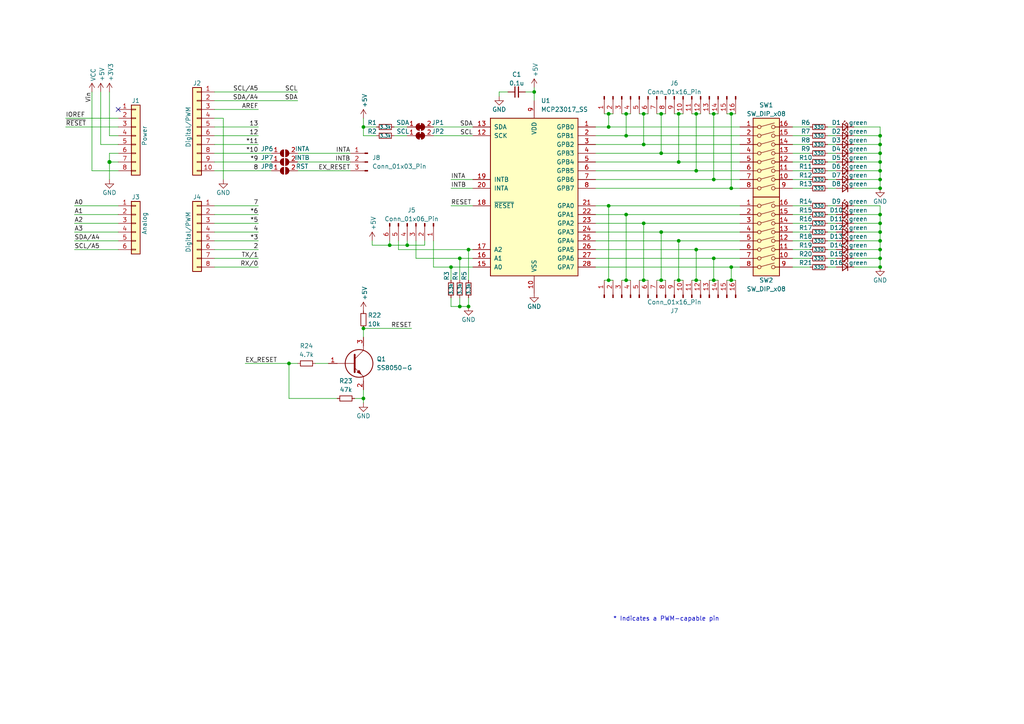
<source format=kicad_sch>
(kicad_sch (version 20230121) (generator eeschema)
  (paper "A4")
  (title_block (date "mar. 31 mars 2015"))
  (lib_symbols
    (symbol "Connector:Conn_01x03_Pin" (pin_names (offset 1.016) hide)
      (property "Reference" "J" (at 0 5.08 0))
      (property "Value" "Conn_01x03_Pin" (at 0 -5.08 0))
      (symbol "Conn_01x03_Pin_1_1"
        (pin passive line (at 5.08 2.54 180) (length 3.81) (name "Pin_1") (number "1"))
        (pin passive line (at 5.08 0 180) (length 3.81) (name "Pin_2") (number "2"))
        (pin passive line (at 5.08 -2.54 180) (length 3.81) (name "Pin_3") (number "3"))
      )
    )
    (symbol "Connector:Conn_01x06_Pin" (pin_names (offset 1.016) hide)
      (property "Reference" "J" (at 0 7.62 0))
      (property "Value" "Conn_01x06_Pin" (at 0 -10.16 0))
      (symbol "Conn_01x06_Pin_1_1"
        (pin passive line (at 5.08 5.08 180) (length 3.81) (name "Pin_1") (number "1"))
        (pin passive line (at 5.08 2.54 180) (length 3.81) (name "Pin_2") (number "2"))
        (pin passive line (at 5.08 0 180) (length 3.81) (name "Pin_3") (number "3"))
        (pin passive line (at 5.08 -2.54 180) (length 3.81) (name "Pin_4") (number "4"))
        (pin passive line (at 5.08 -5.08 180) (length 3.81) (name "Pin_5") (number "5"))
        (pin passive line (at 5.08 -7.62 180) (length 3.81) (name "Pin_6") (number "6"))
      )
    )
    (symbol "Connector:Conn_01x16_Pin" (pin_names (offset 1.016) hide)
      (property "Reference" "J" (at 0 20.32 0))
      (property "Value" "Conn_01x16_Pin" (at 0 -22.86 0))
      (symbol "Conn_01x16_Pin_1_1"
        (pin passive line (at 5.08 17.78 180) (length 3.81) (name "Pin_1") (number "1"))
        (pin passive line (at 5.08 -5.08 180) (length 3.81) (name "Pin_10") (number "10"))
        (pin passive line (at 5.08 -7.62 180) (length 3.81) (name "Pin_11") (number "11"))
        (pin passive line (at 5.08 -10.16 180) (length 3.81) (name "Pin_12") (number "12"))
        (pin passive line (at 5.08 -12.7 180) (length 3.81) (name "Pin_13") (number "13"))
        (pin passive line (at 5.08 -15.24 180) (length 3.81) (name "Pin_14") (number "14"))
        (pin passive line (at 5.08 -17.78 180) (length 3.81) (name "Pin_15") (number "15"))
        (pin passive line (at 5.08 -20.32 180) (length 3.81) (name "Pin_16") (number "16"))
        (pin passive line (at 5.08 15.24 180) (length 3.81) (name "Pin_2") (number "2"))
        (pin passive line (at 5.08 12.7 180) (length 3.81) (name "Pin_3") (number "3"))
        (pin passive line (at 5.08 10.16 180) (length 3.81) (name "Pin_4") (number "4"))
        (pin passive line (at 5.08 7.62 180) (length 3.81) (name "Pin_5") (number "5"))
        (pin passive line (at 5.08 5.08 180) (length 3.81) (name "Pin_6") (number "6"))
        (pin passive line (at 5.08 2.54 180) (length 3.81) (name "Pin_7") (number "7"))
        (pin passive line (at 5.08 0 180) (length 3.81) (name "Pin_8") (number "8"))
        (pin passive line (at 5.08 -2.54 180) (length 3.81) (name "Pin_9") (number "9"))
      )
    )
    (symbol "Connector_Generic:Conn_01x06" (pin_names (offset 1.016) hide)
      (property "Reference" "J" (at 0 7.62 0))
      (property "Value" "Conn_01x06" (at 0 -10.16 0))
      (symbol "Conn_01x06_1_1"
        (pin passive line (at -5.08 5.08 0) (length 3.81) (name "Pin_1") (number "1"))
        (pin passive line (at -5.08 2.54 0) (length 3.81) (name "Pin_2") (number "2"))
        (pin passive line (at -5.08 0 0) (length 3.81) (name "Pin_3") (number "3"))
        (pin passive line (at -5.08 -2.54 0) (length 3.81) (name "Pin_4") (number "4"))
        (pin passive line (at -5.08 -5.08 0) (length 3.81) (name "Pin_5") (number "5"))
        (pin passive line (at -5.08 -7.62 0) (length 3.81) (name "Pin_6") (number "6"))
      )
    )
    (symbol "Connector_Generic:Conn_01x08" (pin_names (offset 1.016) hide)
      (property "Reference" "J" (at 0 10.16 0))
      (property "Value" "Conn_01x08" (at 0 -12.7 0))
      (symbol "Conn_01x08_1_1"
        (pin passive line (at -5.08 7.62 0) (length 3.81) (name "Pin_1") (number "1"))
        (pin passive line (at -5.08 5.08 0) (length 3.81) (name "Pin_2") (number "2"))
        (pin passive line (at -5.08 2.54 0) (length 3.81) (name "Pin_3") (number "3"))
        (pin passive line (at -5.08 0 0) (length 3.81) (name "Pin_4") (number "4"))
        (pin passive line (at -5.08 -2.54 0) (length 3.81) (name "Pin_5") (number "5"))
        (pin passive line (at -5.08 -5.08 0) (length 3.81) (name "Pin_6") (number "6"))
        (pin passive line (at -5.08 -7.62 0) (length 3.81) (name "Pin_7") (number "7"))
        (pin passive line (at -5.08 -10.16 0) (length 3.81) (name "Pin_8") (number "8"))
      )
    )
    (symbol "Connector_Generic:Conn_01x10" (pin_names (offset 1.016) hide)
      (property "Reference" "J" (at 0 12.7 0))
      (property "Value" "Conn_01x10" (at 0 -15.24 0))
      (symbol "Conn_01x10_1_1"
        (pin passive line (at -5.08 10.16 0) (length 3.81) (name "Pin_1") (number "1"))
        (pin passive line (at -5.08 -12.7 0) (length 3.81) (name "Pin_10") (number "10"))
        (pin passive line (at -5.08 7.62 0) (length 3.81) (name "Pin_2") (number "2"))
        (pin passive line (at -5.08 5.08 0) (length 3.81) (name "Pin_3") (number "3"))
        (pin passive line (at -5.08 2.54 0) (length 3.81) (name "Pin_4") (number "4"))
        (pin passive line (at -5.08 0 0) (length 3.81) (name "Pin_5") (number "5"))
        (pin passive line (at -5.08 -2.54 0) (length 3.81) (name "Pin_6") (number "6"))
        (pin passive line (at -5.08 -5.08 0) (length 3.81) (name "Pin_7") (number "7"))
        (pin passive line (at -5.08 -7.62 0) (length 3.81) (name "Pin_8") (number "8"))
        (pin passive line (at -5.08 -10.16 0) (length 3.81) (name "Pin_9") (number "9"))
      )
    )
    (symbol "Device:C_Small" (pin_numbers hide) (pin_names (offset 0.254) hide)
      (property "Reference" "C" (at 0.254 1.778 0))
      (property "Value" "C_Small" (at 0.254 -2.032 0))
      (symbol "C_Small_1_1"
        (pin passive line (at 0 2.54 270) (length 2.032) (name "~") (number "1"))
        (pin passive line (at 0 -2.54 90) (length 2.032) (name "~") (number "2"))
      )
    )
    (symbol "Device:LED_Small" (pin_numbers hide) (pin_names (offset 0.254) hide)
      (property "Reference" "D" (at -1.27 3.175 0))
      (property "Value" "LED_Small" (at -4.445 -2.54 0))
      (symbol "LED_Small_1_1"
        (pin passive line (at -2.54 0 0) (length 1.778) (name "K") (number "1"))
        (pin passive line (at 2.54 0 180) (length 1.778) (name "A") (number "2"))
      )
    )
    (symbol "Device:R_Small" (pin_numbers hide) (pin_names (offset 0.254) hide)
      (property "Reference" "R" (at 0.762 0.508 0))
      (property "Value" "R_Small" (at 0.762 -1.016 0))
      (symbol "R_Small_1_1"
        (pin passive line (at 0 2.54 270) (length 0.762) (name "~") (number "1"))
        (pin passive line (at 0 -2.54 90) (length 0.762) (name "~") (number "2"))
      )
    )
    (symbol "Interface_Expansion:MCP23017_SS" (pin_names (offset 1.016))
      (property "Reference" "U" (at -11.43 24.13 0))
      (property "Value" "MCP23017_SS" (at 0 0 0))
      (symbol "MCP23017_SS_1_1"
        (pin bidirectional line (at 17.78 20.32 180) (length 5.08) (name "GPB0") (number "1"))
        (pin power_in line (at 0 -27.94 90) (length 5.08) (name "VSS") (number "10"))
        (pin no_connect line (at -12.7 15.24 0) (length 5.08) hide (name "NC") (number "11"))
        (pin input line (at -17.78 17.78 0) (length 5.08) (name "SCK") (number "12"))
        (pin bidirectional line (at -17.78 20.32 0) (length 5.08) (name "SDA") (number "13"))
        (pin no_connect line (at -12.7 12.7 0) (length 5.08) hide (name "NC") (number "14"))
        (pin input line (at -17.78 -20.32 0) (length 5.08) (name "A0") (number "15"))
        (pin input line (at -17.78 -17.78 0) (length 5.08) (name "A1") (number "16"))
        (pin input line (at -17.78 -15.24 0) (length 5.08) (name "A2") (number "17"))
        (pin input line (at -17.78 -2.54 0) (length 5.08) (name "~{RESET}") (number "18"))
        (pin tri_state line (at -17.78 5.08 0) (length 5.08) (name "INTB") (number "19"))
        (pin bidirectional line (at 17.78 17.78 180) (length 5.08) (name "GPB1") (number "2"))
        (pin tri_state line (at -17.78 2.54 0) (length 5.08) (name "INTA") (number "20"))
        (pin bidirectional line (at 17.78 -2.54 180) (length 5.08) (name "GPA0") (number "21"))
        (pin bidirectional line (at 17.78 -5.08 180) (length 5.08) (name "GPA1") (number "22"))
        (pin bidirectional line (at 17.78 -7.62 180) (length 5.08) (name "GPA2") (number "23"))
        (pin bidirectional line (at 17.78 -10.16 180) (length 5.08) (name "GPA3") (number "24"))
        (pin bidirectional line (at 17.78 -12.7 180) (length 5.08) (name "GPA4") (number "25"))
        (pin bidirectional line (at 17.78 -15.24 180) (length 5.08) (name "GPA5") (number "26"))
        (pin bidirectional line (at 17.78 -17.78 180) (length 5.08) (name "GPA6") (number "27"))
        (pin bidirectional line (at 17.78 -20.32 180) (length 5.08) (name "GPA7") (number "28"))
        (pin bidirectional line (at 17.78 15.24 180) (length 5.08) (name "GPB2") (number "3"))
        (pin bidirectional line (at 17.78 12.7 180) (length 5.08) (name "GPB3") (number "4"))
        (pin bidirectional line (at 17.78 10.16 180) (length 5.08) (name "GPB4") (number "5"))
        (pin bidirectional line (at 17.78 7.62 180) (length 5.08) (name "GPB5") (number "6"))
        (pin bidirectional line (at 17.78 5.08 180) (length 5.08) (name "GPB6") (number "7"))
        (pin bidirectional line (at 17.78 2.54 180) (length 5.08) (name "GPB7") (number "8"))
        (pin power_in line (at 0 27.94 270) (length 5.08) (name "VDD") (number "9"))
      )
    )
    (symbol "Jumper:SolderJumper_2_Bridged" (pin_names (offset 0) hide)
      (property "Reference" "JP" (at 0 2.032 0))
      (property "Value" "SolderJumper_2_Bridged" (at 0 -2.54 0))
      (symbol "SolderJumper_2_Bridged_1_1"
        (pin passive line (at -3.81 0 0) (length 2.54) (name "A") (number "1"))
        (pin passive line (at 3.81 0 180) (length 2.54) (name "B") (number "2"))
      )
    )
    (symbol "Jumper:SolderJumper_2_Open" (pin_names (offset 0) hide)
      (property "Reference" "JP" (at 0 2.032 0))
      (property "Value" "SolderJumper_2_Open" (at 0 -2.54 0))
      (symbol "SolderJumper_2_Open_1_1"
        (pin passive line (at -3.81 0 0) (length 2.54) (name "A") (number "1"))
        (pin passive line (at 3.81 0 180) (length 2.54) (name "B") (number "2"))
      )
    )
    (symbol "SamacSys_Parts:SS8050-G" (pin_names (offset 0.762))
      (property "Reference" "Q" (at 13.97 1.27 0))
      (property "Value" "SS8050-G" (at 13.97 -1.27 0))
      (symbol "SS8050-G_0_0"
        (pin passive line (at 0 0 0) (length 2.54) (name "~") (number "1"))
        (pin passive line (at 10.16 -7.62 90) (length 2.54) (name "~") (number "2"))
        (pin passive line (at 10.16 7.62 270) (length 2.54) (name "~") (number "3"))
      )
    )
    (symbol "Switch:SW_DIP_x08" (pin_names (offset 0) hide)
      (property "Reference" "SW" (at 0 13.97 0))
      (property "Value" "SW_DIP_x08" (at 0 -11.43 0))
      (symbol "SW_DIP_x08_1_1"
        (pin passive line (at -7.62 10.16 0) (length 5.08) (name "~") (number "1"))
        (pin passive line (at 7.62 -5.08 180) (length 5.08) (name "~") (number "10"))
        (pin passive line (at 7.62 -2.54 180) (length 5.08) (name "~") (number "11"))
        (pin passive line (at 7.62 0 180) (length 5.08) (name "~") (number "12"))
        (pin passive line (at 7.62 2.54 180) (length 5.08) (name "~") (number "13"))
        (pin passive line (at 7.62 5.08 180) (length 5.08) (name "~") (number "14"))
        (pin passive line (at 7.62 7.62 180) (length 5.08) (name "~") (number "15"))
        (pin passive line (at 7.62 10.16 180) (length 5.08) (name "~") (number "16"))
        (pin passive line (at -7.62 7.62 0) (length 5.08) (name "~") (number "2"))
        (pin passive line (at -7.62 5.08 0) (length 5.08) (name "~") (number "3"))
        (pin passive line (at -7.62 2.54 0) (length 5.08) (name "~") (number "4"))
        (pin passive line (at -7.62 0 0) (length 5.08) (name "~") (number "5"))
        (pin passive line (at -7.62 -2.54 0) (length 5.08) (name "~") (number "6"))
        (pin passive line (at -7.62 -5.08 0) (length 5.08) (name "~") (number "7"))
        (pin passive line (at -7.62 -7.62 0) (length 5.08) (name "~") (number "8"))
        (pin passive line (at 7.62 -7.62 180) (length 5.08) (name "~") (number "9"))
      )
    )
    (symbol "power:+3V3" (power) (pin_names (offset 0))
      (property "Value" "+3V3" (at 0 3.556 0))
      (symbol "+3V3_1_1"
        (pin power_in line (at 0 0 90) (length 0) hide (name "+3V3") (number "1"))
      )
    )
    (symbol "power:+5V" (power) (pin_names (offset 0))
      (property "Value" "+5V" (at 0 3.556 0))
      (symbol "+5V_1_1"
        (pin power_in line (at 0 0 90) (length 0) hide (name "+5V") (number "1"))
      )
    )
    (symbol "power:GND" (power) (pin_names (offset 0))
      (property "Value" "GND" (at 0 -3.81 0))
      (symbol "GND_1_1"
        (pin power_in line (at 0 0 270) (length 0) hide (name "GND") (number "1"))
      )
    )
    (symbol "power:VCC" (power) (pin_names (offset 0))
      (property "Value" "VCC" (at 0 3.81 0))
      (symbol "VCC_1_1"
        (pin power_in line (at 0 0 90) (length 0) hide (name "VCC") (number "1"))
      )
    )
  )
  (junction (at 255.27 77.47))
  (junction (at 186.69 33.02))
  (junction (at 186.69 41.91))
  (junction (at 255.27 44.45))
  (junction (at 255.27 39.37))
  (junction (at 191.77 44.45))
  (junction (at 207.01 33.02))
  (junction (at 135.89 88.9))
  (junction (at 255.27 49.53))
  (junction (at 196.85 33.02))
  (junction (at 181.61 39.37))
  (junction (at 255.27 72.39))
  (junction (at 207.01 81.28))
  (junction (at 31.75 46.99) (diameter 1.016))
  (junction (at 176.53 81.28))
  (junction (at 83.82 105.41))
  (junction (at 105.41 115.57))
  (junction (at 196.85 46.99))
  (junction (at 212.09 54.61))
  (junction (at 105.41 36.83))
  (junction (at 207.01 52.07))
  (junction (at 191.77 81.28))
  (junction (at 212.09 81.28))
  (junction (at 212.09 77.47))
  (junction (at 181.61 62.23))
  (junction (at 201.93 33.02))
  (junction (at 196.85 69.85))
  (junction (at 176.53 36.83))
  (junction (at 118.11 71.12))
  (junction (at 154.94 26.67))
  (junction (at 191.77 33.02))
  (junction (at 181.61 81.28))
  (junction (at 133.35 74.93))
  (junction (at 191.77 67.31))
  (junction (at 212.09 33.02))
  (junction (at 255.27 52.07))
  (junction (at 196.85 81.28))
  (junction (at 176.53 59.69))
  (junction (at 255.27 62.23))
  (junction (at 186.69 64.77))
  (junction (at 255.27 69.85))
  (junction (at 255.27 64.77))
  (junction (at 135.89 72.39))
  (junction (at 105.41 95.25))
  (junction (at 130.81 77.47))
  (junction (at 255.27 67.31))
  (junction (at 255.27 54.61))
  (junction (at 201.93 72.39))
  (junction (at 181.61 33.02))
  (junction (at 207.01 74.93))
  (junction (at 113.03 71.12))
  (junction (at 201.93 49.53))
  (junction (at 176.53 33.02))
  (junction (at 255.27 41.91))
  (junction (at 201.93 81.28))
  (junction (at 255.27 74.93))
  (junction (at 186.69 81.28))
  (junction (at 133.35 88.9))
  (junction (at 255.27 46.99))
  (no_connect (at 34.29 31.75))
  (wire (pts (xy 62.23 77.47) (xy 74.93 77.47)))
  (wire (pts (xy 207.01 33.02) (xy 207.01 52.07)))
  (wire (pts (xy 240.03 62.23) (xy 242.57 62.23)))
  (wire (pts (xy 172.72 77.47) (xy 212.09 77.47)))
  (wire (pts (xy 154.94 25.4) (xy 154.94 26.67)))
  (wire (pts (xy 212.09 77.47) (xy 212.09 81.28)))
  (wire (pts (xy 62.23 44.45) (xy 78.74 44.45)))
  (wire (pts (xy 102.87 115.57) (xy 105.41 115.57)))
  (wire (pts (xy 172.72 74.93) (xy 207.01 74.93)))
  (wire (pts (xy 120.65 74.93) (xy 133.35 74.93)))
  (wire (pts (xy 255.27 41.91) (xy 255.27 44.45)))
  (wire (pts (xy 247.65 54.61) (xy 255.27 54.61)))
  (wire (pts (xy 255.27 39.37) (xy 255.27 41.91)))
  (wire (pts (xy 207.01 33.02) (xy 208.28 33.02)))
  (wire (pts (xy 247.65 69.85) (xy 255.27 69.85)))
  (wire (pts (xy 62.23 26.67) (xy 86.36 26.67)))
  (wire (pts (xy 181.61 81.28) (xy 182.88 81.28)))
  (wire (pts (xy 130.81 88.9) (xy 133.35 88.9)))
  (wire (pts (xy 255.27 49.53) (xy 255.27 52.07)))
  (wire (pts (xy 255.27 44.45) (xy 255.27 46.99)))
  (wire (pts (xy 125.73 69.85) (xy 125.73 77.47)))
  (wire (pts (xy 118.11 69.85) (xy 118.11 71.12)))
  (wire (pts (xy 105.41 95.25) (xy 119.38 95.25)))
  (wire (pts (xy 212.09 77.47) (xy 214.63 77.47)))
  (wire (pts (xy 196.85 69.85) (xy 214.63 69.85)))
  (wire (pts (xy 113.03 71.12) (xy 118.11 71.12)))
  (wire (pts (xy 247.65 64.77) (xy 255.27 64.77)))
  (wire (pts (xy 172.72 59.69) (xy 176.53 59.69)))
  (wire (pts (xy 186.69 64.77) (xy 214.63 64.77)))
  (wire (pts (xy 247.65 44.45) (xy 255.27 44.45)))
  (wire (pts (xy 172.72 46.99) (xy 196.85 46.99)))
  (wire (pts (xy 176.53 59.69) (xy 214.63 59.69)))
  (wire (pts (xy 31.75 44.45) (xy 31.75 46.99)))
  (wire (pts (xy 229.87 74.93) (xy 234.95 74.93)))
  (wire (pts (xy 172.72 39.37) (xy 181.61 39.37)))
  (wire (pts (xy 21.59 72.39) (xy 34.29 72.39)))
  (wire (pts (xy 176.53 59.69) (xy 176.53 81.28)))
  (wire (pts (xy 105.41 34.29) (xy 105.41 36.83)))
  (wire (pts (xy 240.03 64.77) (xy 242.57 64.77)))
  (wire (pts (xy 107.95 69.85) (xy 107.95 71.12)))
  (wire (pts (xy 133.35 86.36) (xy 133.35 88.9)))
  (wire (pts (xy 229.87 44.45) (xy 234.95 44.45)))
  (wire (pts (xy 210.82 33.02) (xy 212.09 33.02)))
  (wire (pts (xy 71.12 105.41) (xy 83.82 105.41)))
  (wire (pts (xy 229.87 52.07) (xy 234.95 52.07)))
  (wire (pts (xy 247.65 49.53) (xy 255.27 49.53)))
  (wire (pts (xy 125.73 36.83) (xy 137.16 36.83)))
  (wire (pts (xy 207.01 52.07) (xy 214.63 52.07)))
  (wire (pts (xy 31.75 46.99) (xy 31.75 52.07)))
  (wire (pts (xy 255.27 52.07) (xy 255.27 54.61)))
  (wire (pts (xy 229.87 69.85) (xy 234.95 69.85)))
  (wire (pts (xy 240.03 69.85) (xy 242.57 69.85)))
  (wire (pts (xy 180.34 81.28) (xy 181.61 81.28)))
  (wire (pts (xy 31.75 39.37) (xy 34.29 39.37)))
  (wire (pts (xy 212.09 33.02) (xy 213.36 33.02)))
  (wire (pts (xy 29.21 41.91) (xy 34.29 41.91)))
  (wire (pts (xy 247.65 74.93) (xy 255.27 74.93)))
  (wire (pts (xy 201.93 72.39) (xy 201.93 81.28)))
  (wire (pts (xy 190.5 81.28) (xy 191.77 81.28)))
  (wire (pts (xy 29.21 26.67) (xy 29.21 41.91)))
  (wire (pts (xy 191.77 67.31) (xy 214.63 67.31)))
  (wire (pts (xy 247.65 52.07) (xy 255.27 52.07)))
  (wire (pts (xy 195.58 33.02) (xy 196.85 33.02)))
  (wire (pts (xy 172.72 62.23) (xy 181.61 62.23)))
  (wire (pts (xy 185.42 81.28) (xy 186.69 81.28)))
  (wire (pts (xy 62.23 36.83) (xy 74.93 36.83)))
  (wire (pts (xy 229.87 46.99) (xy 234.95 46.99)))
  (wire (pts (xy 31.75 26.67) (xy 31.75 39.37)))
  (wire (pts (xy 62.23 59.69) (xy 74.93 59.69)))
  (wire (pts (xy 240.03 74.93) (xy 242.57 74.93)))
  (wire (pts (xy 115.57 72.39) (xy 135.89 72.39)))
  (wire (pts (xy 212.09 54.61) (xy 214.63 54.61)))
  (wire (pts (xy 34.29 59.69) (xy 21.59 59.69)))
  (wire (pts (xy 181.61 33.02) (xy 182.88 33.02)))
  (wire (pts (xy 191.77 81.28) (xy 193.04 81.28)))
  (wire (pts (xy 255.27 59.69) (xy 255.27 62.23)))
  (wire (pts (xy 172.72 64.77) (xy 186.69 64.77)))
  (wire (pts (xy 62.23 39.37) (xy 74.93 39.37)))
  (wire (pts (xy 247.65 59.69) (xy 255.27 59.69)))
  (wire (pts (xy 62.23 62.23) (xy 74.93 62.23)))
  (wire (pts (xy 186.69 33.02) (xy 186.69 41.91)))
  (wire (pts (xy 229.87 54.61) (xy 234.95 54.61)))
  (wire (pts (xy 207.01 74.93) (xy 214.63 74.93)))
  (wire (pts (xy 229.87 62.23) (xy 234.95 62.23)))
  (wire (pts (xy 240.03 72.39) (xy 242.57 72.39)))
  (wire (pts (xy 130.81 54.61) (xy 137.16 54.61)))
  (wire (pts (xy 255.27 72.39) (xy 255.27 74.93)))
  (wire (pts (xy 172.72 54.61) (xy 212.09 54.61)))
  (wire (pts (xy 240.03 54.61) (xy 242.57 54.61)))
  (wire (pts (xy 114.3 36.83) (xy 118.11 36.83)))
  (wire (pts (xy 172.72 72.39) (xy 201.93 72.39)))
  (wire (pts (xy 205.74 81.28) (xy 207.01 81.28)))
  (wire (pts (xy 123.19 69.85) (xy 123.19 71.12)))
  (wire (pts (xy 180.34 33.02) (xy 181.61 33.02)))
  (wire (pts (xy 210.82 81.28) (xy 212.09 81.28)))
  (wire (pts (xy 62.23 46.99) (xy 78.74 46.99)))
  (wire (pts (xy 105.41 36.83) (xy 109.22 36.83)))
  (wire (pts (xy 105.41 115.57) (xy 105.41 113.03)))
  (wire (pts (xy 114.3 39.37) (xy 118.11 39.37)))
  (wire (pts (xy 152.4 26.67) (xy 154.94 26.67)))
  (wire (pts (xy 255.27 36.83) (xy 255.27 39.37)))
  (wire (pts (xy 229.87 39.37) (xy 234.95 39.37)))
  (wire (pts (xy 229.87 36.83) (xy 234.95 36.83)))
  (wire (pts (xy 62.23 67.31) (xy 74.93 67.31)))
  (wire (pts (xy 120.65 74.93) (xy 120.65 69.85)))
  (wire (pts (xy 125.73 39.37) (xy 137.16 39.37)))
  (wire (pts (xy 191.77 33.02) (xy 193.04 33.02)))
  (wire (pts (xy 229.87 64.77) (xy 234.95 64.77)))
  (wire (pts (xy 186.69 33.02) (xy 187.96 33.02)))
  (wire (pts (xy 195.58 81.28) (xy 196.85 81.28)))
  (wire (pts (xy 186.69 41.91) (xy 214.63 41.91)))
  (wire (pts (xy 201.93 49.53) (xy 214.63 49.53)))
  (wire (pts (xy 19.05 34.29) (xy 34.29 34.29)))
  (wire (pts (xy 200.66 33.02) (xy 201.93 33.02)))
  (wire (pts (xy 247.65 46.99) (xy 255.27 46.99)))
  (wire (pts (xy 176.53 36.83) (xy 214.63 36.83)))
  (wire (pts (xy 105.41 36.83) (xy 105.41 39.37)))
  (wire (pts (xy 240.03 41.91) (xy 242.57 41.91)))
  (wire (pts (xy 247.65 41.91) (xy 255.27 41.91)))
  (wire (pts (xy 133.35 74.93) (xy 137.16 74.93)))
  (wire (pts (xy 135.89 86.36) (xy 135.89 88.9)))
  (wire (pts (xy 105.41 116.84) (xy 105.41 115.57)))
  (wire (pts (xy 172.72 49.53) (xy 201.93 49.53)))
  (wire (pts (xy 196.85 81.28) (xy 198.12 81.28)))
  (wire (pts (xy 172.72 52.07) (xy 207.01 52.07)))
  (wire (pts (xy 83.82 105.41) (xy 83.82 115.57)))
  (wire (pts (xy 64.77 34.29) (xy 64.77 52.07)))
  (wire (pts (xy 105.41 39.37) (xy 109.22 39.37)))
  (wire (pts (xy 185.42 33.02) (xy 186.69 33.02)))
  (wire (pts (xy 191.77 33.02) (xy 191.77 44.45)))
  (wire (pts (xy 240.03 67.31) (xy 242.57 67.31)))
  (wire (pts (xy 62.23 31.75) (xy 74.93 31.75)))
  (wire (pts (xy 107.95 71.12) (xy 113.03 71.12)))
  (wire (pts (xy 113.03 69.85) (xy 113.03 71.12)))
  (wire (pts (xy 130.81 59.69) (xy 137.16 59.69)))
  (wire (pts (xy 229.87 49.53) (xy 234.95 49.53)))
  (wire (pts (xy 196.85 69.85) (xy 196.85 81.28)))
  (wire (pts (xy 186.69 81.28) (xy 187.96 81.28)))
  (wire (pts (xy 172.72 44.45) (xy 191.77 44.45)))
  (wire (pts (xy 34.29 64.77) (xy 21.59 64.77)))
  (wire (pts (xy 19.05 36.83) (xy 34.29 36.83)))
  (wire (pts (xy 130.81 77.47) (xy 130.81 81.28)))
  (wire (pts (xy 34.29 46.99) (xy 31.75 46.99)))
  (wire (pts (xy 201.93 81.28) (xy 203.2 81.28)))
  (wire (pts (xy 247.65 39.37) (xy 255.27 39.37)))
  (wire (pts (xy 240.03 36.83) (xy 242.57 36.83)))
  (wire (pts (xy 176.53 33.02) (xy 176.53 36.83)))
  (wire (pts (xy 172.72 36.83) (xy 176.53 36.83)))
  (wire (pts (xy 200.66 81.28) (xy 201.93 81.28)))
  (wire (pts (xy 247.65 72.39) (xy 255.27 72.39)))
  (wire (pts (xy 255.27 64.77) (xy 255.27 67.31)))
  (wire (pts (xy 201.93 33.02) (xy 203.2 33.02)))
  (wire (pts (xy 115.57 72.39) (xy 115.57 69.85)))
  (wire (pts (xy 229.87 41.91) (xy 234.95 41.91)))
  (wire (pts (xy 91.44 105.41) (xy 95.25 105.41)))
  (wire (pts (xy 181.61 62.23) (xy 214.63 62.23)))
  (wire (pts (xy 34.29 49.53) (xy 26.67 49.53)))
  (wire (pts (xy 133.35 88.9) (xy 135.89 88.9)))
  (wire (pts (xy 21.59 62.23) (xy 34.29 62.23)))
  (wire (pts (xy 135.89 72.39) (xy 137.16 72.39)))
  (wire (pts (xy 86.36 49.53) (xy 101.6 49.53)))
  (wire (pts (xy 181.61 62.23) (xy 181.61 81.28)))
  (wire (pts (xy 247.65 36.83) (xy 255.27 36.83)))
  (wire (pts (xy 105.41 97.79) (xy 105.41 95.25)))
  (wire (pts (xy 247.65 62.23) (xy 255.27 62.23)))
  (wire (pts (xy 240.03 46.99) (xy 242.57 46.99)))
  (wire (pts (xy 255.27 46.99) (xy 255.27 49.53)))
  (wire (pts (xy 125.73 77.47) (xy 130.81 77.47)))
  (wire (pts (xy 181.61 39.37) (xy 214.63 39.37)))
  (wire (pts (xy 86.36 44.45) (xy 101.6 44.45)))
  (wire (pts (xy 175.26 33.02) (xy 176.53 33.02)))
  (wire (pts (xy 212.09 33.02) (xy 212.09 54.61)))
  (wire (pts (xy 201.93 72.39) (xy 214.63 72.39)))
  (wire (pts (xy 130.81 86.36) (xy 130.81 88.9)))
  (wire (pts (xy 176.53 33.02) (xy 177.8 33.02)))
  (wire (pts (xy 240.03 59.69) (xy 242.57 59.69)))
  (wire (pts (xy 62.23 34.29) (xy 64.77 34.29)))
  (wire (pts (xy 201.93 33.02) (xy 201.93 49.53)))
  (wire (pts (xy 196.85 33.02) (xy 198.12 33.02)))
  (wire (pts (xy 247.65 77.47) (xy 255.27 77.47)))
  (wire (pts (xy 34.29 44.45) (xy 31.75 44.45)))
  (wire (pts (xy 207.01 81.28) (xy 207.01 74.93)))
  (wire (pts (xy 176.53 81.28) (xy 177.8 81.28)))
  (wire (pts (xy 62.23 41.91) (xy 74.93 41.91)))
  (wire (pts (xy 229.87 67.31) (xy 234.95 67.31)))
  (wire (pts (xy 229.87 77.47) (xy 234.95 77.47)))
  (wire (pts (xy 83.82 115.57) (xy 97.79 115.57)))
  (wire (pts (xy 172.72 41.91) (xy 186.69 41.91)))
  (wire (pts (xy 86.36 46.99) (xy 101.6 46.99)))
  (wire (pts (xy 172.72 67.31) (xy 191.77 67.31)))
  (wire (pts (xy 62.23 64.77) (xy 74.93 64.77)))
  (wire (pts (xy 172.72 69.85) (xy 196.85 69.85)))
  (wire (pts (xy 247.65 67.31) (xy 255.27 67.31)))
  (wire (pts (xy 21.59 67.31) (xy 34.29 67.31)))
  (wire (pts (xy 191.77 44.45) (xy 214.63 44.45)))
  (wire (pts (xy 144.78 26.67) (xy 144.78 27.94)))
  (wire (pts (xy 133.35 74.93) (xy 133.35 81.28)))
  (wire (pts (xy 205.74 33.02) (xy 207.01 33.02)))
  (wire (pts (xy 240.03 52.07) (xy 242.57 52.07)))
  (wire (pts (xy 135.89 72.39) (xy 135.89 81.28)))
  (wire (pts (xy 154.94 26.67) (xy 154.94 29.21)))
  (wire (pts (xy 240.03 77.47) (xy 242.57 77.47)))
  (wire (pts (xy 130.81 77.47) (xy 137.16 77.47)))
  (wire (pts (xy 240.03 39.37) (xy 242.57 39.37)))
  (wire (pts (xy 175.26 81.28) (xy 176.53 81.28)))
  (wire (pts (xy 196.85 46.99) (xy 214.63 46.99)))
  (wire (pts (xy 255.27 62.23) (xy 255.27 64.77)))
  (wire (pts (xy 62.23 29.21) (xy 86.36 29.21)))
  (wire (pts (xy 255.27 67.31) (xy 255.27 69.85)))
  (wire (pts (xy 186.69 64.77) (xy 186.69 81.28)))
  (wire (pts (xy 62.23 72.39) (xy 74.93 72.39)))
  (wire (pts (xy 181.61 33.02) (xy 181.61 39.37)))
  (wire (pts (xy 212.09 81.28) (xy 213.36 81.28)))
  (wire (pts (xy 86.36 105.41) (xy 83.82 105.41)))
  (wire (pts (xy 62.23 69.85) (xy 74.93 69.85)))
  (wire (pts (xy 207.01 81.28) (xy 208.28 81.28)))
  (wire (pts (xy 240.03 44.45) (xy 242.57 44.45)))
  (wire (pts (xy 229.87 72.39) (xy 234.95 72.39)))
  (wire (pts (xy 240.03 49.53) (xy 242.57 49.53)))
  (wire (pts (xy 255.27 69.85) (xy 255.27 72.39)))
  (wire (pts (xy 190.5 33.02) (xy 191.77 33.02)))
  (wire (pts (xy 255.27 74.93) (xy 255.27 77.47)))
  (wire (pts (xy 147.32 26.67) (xy 144.78 26.67)))
  (wire (pts (xy 130.81 52.07) (xy 137.16 52.07)))
  (wire (pts (xy 196.85 33.02) (xy 196.85 46.99)))
  (wire (pts (xy 62.23 74.93) (xy 74.93 74.93)))
  (wire (pts (xy 26.67 49.53) (xy 26.67 26.67)))
  (wire (pts (xy 118.11 71.12) (xy 123.19 71.12)))
  (wire (pts (xy 191.77 81.28) (xy 191.77 67.31)))
  (wire (pts (xy 34.29 69.85) (xy 21.59 69.85)))
  (wire (pts (xy 62.23 49.53) (xy 78.74 49.53)))
  (wire (pts (xy 229.87 59.69) (xy 234.95 59.69)))
  (text "* Indicates a PWM-capable pin" (at 177.8 180.34 0) (effects (font (size 1.27 1.27)) (justify left bottom)))
  (label "RX{slash}0" (at 74.93 77.47 180))
  (label "A2" (at 21.59 64.77 0))
  (label "INTB" (at 101.6 46.99 180))
  (label "4" (at 74.93 67.31 180))
  (label "2" (at 74.93 72.39 180))
  (label "A3" (at 21.59 67.31 0))
  (label "13" (at 74.93 36.83 180))
  (label "SDA" (at 86.36 29.21 180))
  (label "EX_RESET" (at 101.6 49.53 180))
  (label "12" (at 74.93 39.37 180))
  (label "INTB" (at 130.81 54.61 0))
  (label "RESET" (at 130.81 59.69 0))
  (label "~{RESET}" (at 19.05 36.83 0))
  (label "INTA" (at 101.6 44.45 180))
  (label "*10" (at 74.93 44.45 180))
  (label "RESET" (at 119.38 95.25 180))
  (label "7" (at 74.93 59.69 180))
  (label "SDA{slash}A4" (at 74.93 29.21 180))
  (label "8" (at 74.93 49.53 180))
  (label "SCL" (at 137.16 39.37 180))
  (label "*11" (at 74.93 41.91 180))
  (label "*3" (at 74.93 69.85 180))
  (label "SCL" (at 86.36 26.67 180))
  (label "SDA" (at 137.16 36.83 180))
  (label "A1" (at 21.59 62.23 0))
  (label "TX{slash}1" (at 74.93 74.93 180))
  (label "A0" (at 21.59 59.69 0))
  (label "AREF" (at 74.93 31.75 180))
  (label "Vin" (at 26.67 26.67 270))
  (label "*6" (at 74.93 62.23 180))
  (label "SCL{slash}A5" (at 74.93 26.67 180))
  (label "*9" (at 74.93 46.99 180))
  (label "*5" (at 74.93 64.77 180))
  (label "EX_RESET" (at 71.12 105.41 0))
  (label "IOREF" (at 19.05 34.29 0))
  (label "SDA{slash}A4" (at 21.59 69.85 0))
  (label "SCL{slash}A5" (at 21.59 72.39 0))
  (label "INTA" (at 130.81 52.07 0))
  (symbol (lib_id "Connector_Generic:Conn_01x08") (at 39.37 39.37 0) (unit 1)
    (property "Reference" "J1" (at 39.37 29.21 0))
    (property "Value" "Power" (at 41.91 39.37 90))
    (property "Footprint" "Connector_PinSocket_2.54mm:PinSocket_1x08_P2.54mm_Vertical" (effects hide))
  )
  (symbol (lib_id "power:+3V3") (at 31.75 26.67 0) (unit 1)
    (property "Reference" "#PWR03" (effects hide))
    (property "Value" "+3.3V" (at 32.131 23.622 90) (effects (justify left)))
  )
  (symbol (lib_id "power:+5V") (at 29.21 26.67 0) (unit 1)
    (property "Reference" "#PWR02" (effects hide))
    (property "Value" "+5V" (at 29.5656 23.622 90) (effects (justify left)))
  )
  (symbol (lib_id "power:GND") (at 31.75 52.07 0) (unit 1)
    (property "Reference" "#PWR04" (effects hide))
    (property "Value" "GND" (at 31.75 55.88 0))
  )
  (symbol (lib_id "Connector_Generic:Conn_01x10") (at 57.15 36.83 0) (mirror y) (unit 1)
    (property "Reference" "J2" (at 57.15 24.13 0))
    (property "Value" "Digital/PWM" (at 54.61 36.83 90))
    (property "Footprint" "Connector_PinSocket_2.54mm:PinSocket_1x10_P2.54mm_Vertical" (effects hide))
  )
  (symbol (lib_id "power:GND") (at 64.77 52.07 0) (unit 1)
    (property "Reference" "#PWR05" (effects hide))
    (property "Value" "GND" (at 64.77 55.88 0))
  )
  (symbol (lib_id "Connector_Generic:Conn_01x06") (at 39.37 64.77 0) (unit 1)
    (property "Reference" "J3" (at 39.37 57.15 0))
    (property "Value" "Analog" (at 41.91 64.77 90))
    (property "Footprint" "Connector_PinSocket_2.54mm:PinSocket_1x06_P2.54mm_Vertical" (effects hide))
  )
  (symbol (lib_id "Connector_Generic:Conn_01x08") (at 57.15 67.31 0) (mirror y) (unit 1)
    (property "Reference" "J4" (at 57.15 57.15 0))
    (property "Value" "Digital/PWM" (at 54.61 67.31 90))
    (property "Footprint" "Connector_PinSocket_2.54mm:PinSocket_1x08_P2.54mm_Vertical" (effects hide))
  )
  (symbol (lib_id "Device:R_Small") (at 133.35 83.82 180) (unit 1)
    (property "Reference" "R4" (at 132.08 80.01 90))
    (property "Value" "3.3k" (at 133.35 83.82 90) (effects (font (size 1 1))))
    (property "Footprint" "Resistor_SMD:R_0603_1608Metric" (effects hide))
  )
  (symbol (lib_id "Device:R_Small") (at 237.49 54.61 90) (unit 1)
    (property "Reference" "R13" (at 233.68 53.34 90))
    (property "Value" "330" (at 237.49 54.61 90) (effects (font (size 1 1))))
    (property "Footprint" "Resistor_SMD:R_0603_1608Metric" (effects hide))
  )
  (symbol (lib_id "Device:R_Small") (at 237.49 64.77 90) (unit 1)
    (property "Reference" "R16" (at 233.68 63.5 90))
    (property "Value" "330" (at 237.49 64.77 90) (effects (font (size 1 1))))
    (property "Footprint" "Resistor_SMD:R_0603_1608Metric" (effects hide))
  )
  (symbol (lib_id "Device:LED_Small") (at 245.11 72.39 0) (mirror y) (unit 1)
    (property "Reference" "D14" (at 242.57 71.12 0))
    (property "Value" "green" (at 248.92 71.12 0))
    (property "Footprint" "LED_SMD:LED_0805_2012Metric" (effects hide))
  )
  (symbol (lib_id "Device:LED_Small") (at 245.11 41.91 0) (mirror y) (unit 1)
    (property "Reference" "D3" (at 242.57 40.64 0))
    (property "Value" "green" (at 248.92 40.64 0))
    (property "Footprint" "LED_SMD:LED_0805_2012Metric" (effects hide))
  )
  (symbol (lib_id "Device:LED_Small") (at 245.11 69.85 0) (mirror y) (unit 1)
    (property "Reference" "D13" (at 242.57 68.58 0))
    (property "Value" "green" (at 248.92 68.58 0))
    (property "Footprint" "LED_SMD:LED_0805_2012Metric" (effects hide))
  )
  (symbol (lib_id "Device:LED_Small") (at 245.11 67.31 0) (mirror y) (unit 1)
    (property "Reference" "D12" (at 242.57 66.04 0))
    (property "Value" "green" (at 248.92 66.04 0))
    (property "Footprint" "LED_SMD:LED_0805_2012Metric" (effects hide))
  )
  (symbol (lib_id "power:+5V") (at 154.94 25.4 0) (unit 1)
    (property "Reference" "#PWR010" (effects hide))
    (property "Value" "+5V" (at 155.2956 22.352 90) (effects (justify left)))
  )
  (symbol (lib_id "power:GND") (at 144.78 27.94 0) (unit 1)
    (property "Reference" "#PWR09" (effects hide))
    (property "Value" "GND" (at 144.78 31.75 0))
  )
  (symbol (lib_id "Device:LED_Small") (at 245.11 49.53 0) (mirror y) (unit 1)
    (property "Reference" "D6" (at 242.57 48.26 0))
    (property "Value" "green" (at 248.92 48.26 0))
    (property "Footprint" "LED_SMD:LED_0805_2012Metric" (effects hide))
  )
  (symbol (lib_id "Device:R_Small") (at 111.76 39.37 90) (unit 1)
    (property "Reference" "R2" (at 107.95 38.1 90))
    (property "Value" "3.3k" (at 111.76 39.37 90) (effects (font (size 1 1))))
    (property "Footprint" "Resistor_SMD:R_0603_1608Metric" (effects hide))
  )
  (symbol (lib_id "Device:R_Small") (at 237.49 49.53 90) (unit 1)
    (property "Reference" "R11" (at 233.68 48.26 90))
    (property "Value" "330" (at 237.49 49.53 90) (effects (font (size 1 1))))
    (property "Footprint" "Resistor_SMD:R_0603_1608Metric" (effects hide))
  )
  (symbol (lib_id "Device:R_Small") (at 237.49 46.99 90) (unit 1)
    (property "Reference" "R10" (at 233.68 45.72 90))
    (property "Value" "330" (at 237.49 46.99 90) (effects (font (size 1 1))))
    (property "Footprint" "Resistor_SMD:R_0603_1608Metric" (effects hide))
  )
  (symbol (lib_id "Device:R_Small") (at 237.49 67.31 90) (unit 1)
    (property "Reference" "R17" (at 233.68 66.04 90))
    (property "Value" "330" (at 237.49 67.31 90) (effects (font (size 1 1))))
    (property "Footprint" "Resistor_SMD:R_0603_1608Metric" (effects hide))
  )
  (symbol (lib_id "power:GND") (at 154.94 85.09 0) (unit 1)
    (property "Reference" "#PWR011" (effects hide))
    (property "Value" "GND" (at 154.94 88.9 0))
  )
  (symbol (lib_id "Device:R_Small") (at 237.49 62.23 90) (unit 1)
    (property "Reference" "R15" (at 233.68 60.96 90))
    (property "Value" "330" (at 237.49 62.23 90) (effects (font (size 1 1))))
    (property "Footprint" "Resistor_SMD:R_0603_1608Metric" (effects hide))
  )
  (symbol (lib_id "Device:LED_Small") (at 245.11 36.83 0) (mirror y) (unit 1)
    (property "Reference" "D1" (at 242.57 35.56 0))
    (property "Value" "green" (at 248.92 35.56 0))
    (property "Footprint" "LED_SMD:LED_0805_2012Metric" (effects hide))
  )
  (symbol (lib_id "Switch:SW_DIP_x08") (at 222.25 69.85 0) (unit 1)
    (property "Reference" "SW2" (at 222.25 81.28 0))
    (property "Value" "SW_DIP_x08" (at 222.25 83.82 0))
    (property "Footprint" "Button_Switch_THT:SW_DIP_SPSTx08_Slide_9.78x22.5mm_W7.62mm_P2.54mm" (effects hide))
  )
  (symbol (lib_id "SamacSys_Parts:SS8050-G") (at 95.25 105.41 0) (unit 1)
    (property "Reference" "Q1" (at 109.22 104.14 0) (effects (justify left)))
    (property "Value" "SS8050-G" (at 109.22 106.68 0) (effects (justify left)))
    (property "Footprint" "SOT95P240X115-3N" (effects hide))
    (property "Datasheet" "https://datasheet.datasheetarchive.com/originals/distributors/DKDS-12/229454.pdf" (effects hide))
    (property "Description" "Bipolar Transistors - BJT NPN TRANSISTOR 1.5A 40V" (effects hide))
    (property "Height" "1.15" (effects hide))
    (property "Mouser Part Number" "750-SS8050-G" (effects hide))
    (property "Mouser Price/Stock" "https://www.mouser.co.uk/ProductDetail/Comchip-Technology/SS8050-G?qs=LLUE9lz1YbcHg%252BWLMAtcrQ%3D%3D" (effects hide))
    (property "Manufacturer_Name" "Comchip Technology" (effects hide))
    (property "Manufacturer_Part_Number" "SS8050-G" (effects hide))
  )
  (symbol (lib_id "power:GND") (at 255.27 54.61 0) (unit 1)
    (property "Reference" "#PWR012" (effects hide))
    (property "Value" "GND" (at 255.27 58.42 0))
  )
  (symbol (lib_id "power:VCC") (at 26.67 26.67 0) (unit 1)
    (property "Reference" "#PWR01" (effects hide))
    (property "Value" "VCC" (at 27.051 23.622 90) (effects (justify left)))
  )
  (symbol (lib_id "Connector:Conn_01x16_Pin") (at 193.04 27.94 90) (mirror x) (unit 1)
    (property "Reference" "J6" (at 195.58 24.13 90))
    (property "Value" "Conn_01x16_Pin" (at 195.58 26.67 90))
    (property "Footprint" "Connector_PinHeader_2.54mm:PinHeader_2x08_P2.54mm_Vertical" (effects hide))
  )
  (symbol (lib_id "power:+5V") (at 107.95 69.85 0) (unit 1)
    (property "Reference" "#PWR07" (effects hide))
    (property "Value" "+5V" (at 108.3056 66.802 90) (effects (justify left)))
  )
  (symbol (lib_id "power:GND") (at 135.89 88.9 0) (unit 1)
    (property "Reference" "#PWR08" (effects hide))
    (property "Value" "GND" (at 135.89 92.71 0))
  )
  (symbol (lib_id "Device:LED_Small") (at 245.11 46.99 0) (mirror y) (unit 1)
    (property "Reference" "D5" (at 242.57 45.72 0))
    (property "Value" "green" (at 248.92 45.72 0))
    (property "Footprint" "LED_SMD:LED_0805_2012Metric" (effects hide))
  )
  (symbol (lib_id "Device:R_Small") (at 237.49 52.07 90) (unit 1)
    (property "Reference" "R12" (at 233.68 50.8 90))
    (property "Value" "330" (at 237.49 52.07 90) (effects (font (size 1 1))))
    (property "Footprint" "Resistor_SMD:R_0603_1608Metric" (effects hide))
  )
  (symbol (lib_id "Device:LED_Small") (at 245.11 59.69 0) (mirror y) (unit 1)
    (property "Reference" "D9" (at 242.57 58.42 0))
    (property "Value" "green" (at 248.92 58.42 0))
    (property "Footprint" "LED_SMD:LED_0805_2012Metric" (effects hide))
  )
  (symbol (lib_id "Device:R_Small") (at 88.9 105.41 90) (unit 1)
    (property "Reference" "R24" (at 88.9 100.33 90))
    (property "Value" "4.7k" (at 88.9 102.87 90))
    (property "Footprint" "Resistor_SMD:R_0603_1608Metric" (effects hide))
  )
  (symbol (lib_id "Device:C_Small") (at 149.86 26.67 90) (unit 1)
    (property "Reference" "C1" (at 149.86 21.59 90))
    (property "Value" "0.1u" (at 149.86 24.13 90))
    (property "Footprint" "Capacitor_SMD:C_0603_1608Metric" (effects hide))
  )
  (symbol (lib_id "Connector:Conn_01x03_Pin") (at 106.68 46.99 0) (mirror y) (unit 1)
    (property "Reference" "J8" (at 107.95 45.72 0) (effects (justify right)))
    (property "Value" "Conn_01x03_Pin" (at 107.95 48.26 0) (effects (justify right)))
    (property "Footprint" "Connector_PinHeader_2.54mm:PinHeader_1x03_P2.54mm_Vertical" (effects hide))
  )
  (symbol (lib_id "Device:R_Small") (at 135.89 83.82 180) (unit 1)
    (property "Reference" "R5" (at 134.62 80.01 90))
    (property "Value" "3.3k" (at 135.89 83.82 90) (effects (font (size 1 1))))
    (property "Footprint" "Resistor_SMD:R_0603_1608Metric" (effects hide))
  )
  (symbol (lib_id "Device:LED_Small") (at 245.11 62.23 0) (mirror y) (unit 1)
    (property "Reference" "D10" (at 242.57 60.96 0))
    (property "Value" "green" (at 248.92 60.96 0))
    (property "Footprint" "LED_SMD:LED_0805_2012Metric" (effects hide))
  )
  (symbol (lib_id "Device:LED_Small") (at 245.11 44.45 0) (mirror y) (unit 1)
    (property "Reference" "D4" (at 242.57 43.18 0))
    (property "Value" "green" (at 248.92 43.18 0))
    (property "Footprint" "LED_SMD:LED_0805_2012Metric" (effects hide))
  )
  (symbol (lib_id "Device:R_Small") (at 237.49 36.83 90) (unit 1)
    (property "Reference" "R6" (at 233.68 35.56 90))
    (property "Value" "330" (at 237.49 36.83 90) (effects (font (size 1 1))))
    (property "Footprint" "Resistor_SMD:R_0603_1608Metric" (effects hide))
  )
  (symbol (lib_id "Device:R_Small") (at 111.76 36.83 90) (unit 1)
    (property "Reference" "R1" (at 107.95 35.56 90))
    (property "Value" "3.3k" (at 111.76 36.83 90) (effects (font (size 1 1))))
    (property "Footprint" "Resistor_SMD:R_0603_1608Metric" (effects hide))
  )
  (symbol (lib_id "Jumper:SolderJumper_2_Bridged") (at 121.92 39.37 0) (unit 1)
    (property "Reference" "JP2" (at 127 38.1 0))
    (property "Value" "SCL" (at 116.84 38.1 0))
    (property "Footprint" "Jumper:SolderJumper-2_P1.3mm_Bridged_RoundedPad1.0x1.5mm" (effects hide))
  )
  (symbol (lib_id "Device:R_Small") (at 237.49 77.47 90) (unit 1)
    (property "Reference" "R21" (at 233.68 76.2 90))
    (property "Value" "330" (at 237.49 77.47 90) (effects (font (size 1 1))))
    (property "Footprint" "Resistor_SMD:R_0603_1608Metric" (effects hide))
  )
  (symbol (lib_id "power:GND") (at 105.41 116.84 0) (unit 1)
    (property "Reference" "#PWR014" (effects hide))
    (property "Value" "GND" (at 105.41 120.65 0))
  )
  (symbol (lib_id "Device:R_Small") (at 237.49 41.91 90) (unit 1)
    (property "Reference" "R8" (at 233.68 40.64 90))
    (property "Value" "330" (at 237.49 41.91 90) (effects (font (size 1 1))))
    (property "Footprint" "Resistor_SMD:R_0603_1608Metric" (effects hide))
  )
  (symbol (lib_id "Device:R_Small") (at 237.49 44.45 90) (unit 1)
    (property "Reference" "R9" (at 233.68 43.18 90))
    (property "Value" "330" (at 237.49 44.45 90) (effects (font (size 1 1))))
    (property "Footprint" "Resistor_SMD:R_0603_1608Metric" (effects hide))
  )
  (symbol (lib_id "Device:LED_Small") (at 245.11 74.93 0) (mirror y) (unit 1)
    (property "Reference" "D15" (at 242.57 73.66 0))
    (property "Value" "green" (at 248.92 73.66 0))
    (property "Footprint" "LED_SMD:LED_0805_2012Metric" (effects hide))
  )
  (symbol (lib_id "Device:LED_Small") (at 245.11 54.61 0) (mirror y) (unit 1)
    (property "Reference" "D8" (at 242.57 53.34 0))
    (property "Value" "green" (at 248.92 53.34 0))
    (property "Footprint" "LED_SMD:LED_0805_2012Metric" (effects hide))
  )
  (symbol (lib_id "Device:R_Small") (at 237.49 74.93 90) (unit 1)
    (property "Reference" "R20" (at 233.68 73.66 90))
    (property "Value" "330" (at 237.49 74.93 90) (effects (font (size 1 1))))
    (property "Footprint" "Resistor_SMD:R_0603_1608Metric" (effects hide))
  )
  (symbol (lib_id "Interface_Expansion:MCP23017_SS") (at 154.94 57.15 0) (unit 1)
    (property "Reference" "U1" (at 156.8959 29.21 0) (effects (justify left)))
    (property "Value" "MCP23017_SS" (at 156.8959 31.75 0) (effects (justify left)))
    (property "Footprint" "Package_SO:SSOP-28_5.3x10.2mm_P0.65mm" (effects hide))
    (property "Datasheet" "http://ww1.microchip.com/downloads/en/DeviceDoc/20001952C.pdf" (effects hide))
  )
  (symbol (lib_id "Device:R_Small") (at 237.49 59.69 90) (unit 1)
    (property "Reference" "R14" (at 233.68 58.42 90))
    (property "Value" "330" (at 237.49 59.69 90) (effects (font (size 1 1))))
    (property "Footprint" "Resistor_SMD:R_0603_1608Metric" (effects hide))
  )
  (symbol (lib_id "Jumper:SolderJumper_2_Bridged") (at 121.92 36.83 0) (unit 1)
    (property "Reference" "JP1" (at 127 35.56 0))
    (property "Value" "SDA" (at 116.84 35.56 0))
    (property "Footprint" "Jumper:SolderJumper-2_P1.3mm_Bridged_RoundedPad1.0x1.5mm" (effects hide))
  )
  (symbol (lib_id "Connector:Conn_01x16_Pin") (at 193.04 86.36 90) (unit 1)
    (property "Reference" "J7" (at 195.58 90.17 90))
    (property "Value" "Conn_01x16_Pin" (at 195.58 87.63 90))
    (property "Footprint" "Connector_PinHeader_2.54mm:PinHeader_2x08_P2.54mm_Vertical" (effects hide))
  )
  (symbol (lib_id "power:+5V") (at 105.41 90.17 0) (unit 1)
    (property "Reference" "#PWR015" (effects hide))
    (property "Value" "+5V" (at 105.7656 87.122 90) (effects (justify left)))
  )
  (symbol (lib_id "Device:R_Small") (at 105.41 92.71 0) (unit 1)
    (property "Reference" "R22" (at 106.68 91.44 0) (effects (justify left)))
    (property "Value" "10k" (at 106.68 93.98 0) (effects (justify left)))
    (property "Footprint" "Resistor_SMD:R_0603_1608Metric" (effects hide))
  )
  (symbol (lib_id "Device:R_Small") (at 237.49 72.39 90) (unit 1)
    (property "Reference" "R19" (at 233.68 71.12 90))
    (property "Value" "330" (at 237.49 72.39 90) (effects (font (size 1 1))))
    (property "Footprint" "Resistor_SMD:R_0603_1608Metric" (effects hide))
  )
  (symbol (lib_id "power:GND") (at 255.27 77.47 0) (unit 1)
    (property "Reference" "#PWR013" (effects hide))
    (property "Value" "GND" (at 255.27 81.28 0))
  )
  (symbol (lib_id "Jumper:SolderJumper_2_Open") (at 82.55 46.99 0) (unit 1)
    (property "Reference" "JP7" (at 77.47 45.72 0))
    (property "Value" "INTB" (at 87.63 45.72 0))
    (property "Footprint" "Jumper:SolderJumper-2_P1.3mm_Open_TrianglePad1.0x1.5mm" (effects hide))
  )
  (symbol (lib_id "Jumper:SolderJumper_2_Open") (at 82.55 44.45 0) (unit 1)
    (property "Reference" "JP6" (at 77.47 43.18 0))
    (property "Value" "INTA" (at 87.63 43.18 0))
    (property "Footprint" "Jumper:SolderJumper-2_P1.3mm_Open_TrianglePad1.0x1.5mm" (effects hide))
  )
  (symbol (lib_id "Connector:Conn_01x06_Pin") (at 120.65 64.77 270) (unit 1)
    (property "Reference" "J5" (at 119.38 60.96 90))
    (property "Value" "Conn_01x06_Pin" (at 119.38 63.5 90))
    (property "Footprint" "Connector_PinHeader_2.54mm:PinHeader_2x03_P2.54mm_Vertical" (effects hide))
  )
  (symbol (lib_id "Switch:SW_DIP_x08") (at 222.25 46.99 0) (unit 1)
    (property "Reference" "SW1" (at 222.25 30.48 0))
    (property "Value" "SW_DIP_x08" (at 222.25 33.02 0))
    (property "Footprint" "Button_Switch_THT:SW_DIP_SPSTx08_Slide_9.78x22.5mm_W7.62mm_P2.54mm" (effects hide))
  )
  (symbol (lib_id "Device:LED_Small") (at 245.11 52.07 0) (mirror y) (unit 1)
    (property "Reference" "D7" (at 242.57 50.8 0))
    (property "Value" "green" (at 248.92 50.8 0))
    (property "Footprint" "LED_SMD:LED_0805_2012Metric" (effects hide))
  )
  (symbol (lib_id "Device:R_Small") (at 237.49 39.37 90) (unit 1)
    (property "Reference" "R7" (at 233.68 38.1 90))
    (property "Value" "330" (at 237.49 39.37 90) (effects (font (size 1 1))))
    (property "Footprint" "Resistor_SMD:R_0603_1608Metric" (effects hide))
  )
  (symbol (lib_id "Device:R_Small") (at 130.81 83.82 180) (unit 1)
    (property "Reference" "R3" (at 129.54 80.01 90))
    (property "Value" "3.3k" (at 130.81 83.82 90) (effects (font (size 1 1))))
    (property "Footprint" "Resistor_SMD:R_0603_1608Metric" (effects hide))
  )
  (symbol (lib_id "Device:LED_Small") (at 245.11 39.37 0) (mirror y) (unit 1)
    (property "Reference" "D2" (at 242.57 38.1 0))
    (property "Value" "green" (at 248.92 38.1 0))
    (property "Footprint" "LED_SMD:LED_0805_2012Metric" (effects hide))
  )
  (symbol (lib_id "Jumper:SolderJumper_2_Open") (at 82.55 49.53 0) (unit 1)
    (property "Reference" "JP8" (at 77.47 48.26 0))
    (property "Value" "RST" (at 87.63 48.26 0))
    (property "Footprint" "Jumper:SolderJumper-2_P1.3mm_Open_TrianglePad1.0x1.5mm" (effects hide))
  )
  (symbol (lib_id "Device:R_Small") (at 237.49 69.85 90) (unit 1)
    (property "Reference" "R18" (at 233.68 68.58 90))
    (property "Value" "330" (at 237.49 69.85 90) (effects (font (size 1 1))))
    (property "Footprint" "Resistor_SMD:R_0603_1608Metric" (effects hide))
  )
  (symbol (lib_id "Device:LED_Small") (at 245.11 77.47 0) (mirror y) (unit 1)
    (property "Reference" "D16" (at 242.57 76.2 0))
    (property "Value" "green" (at 248.92 76.2 0))
    (property "Footprint" "LED_SMD:LED_0805_2012Metric" (effects hide))
  )
  (symbol (lib_id "Device:R_Small") (at 100.33 115.57 90) (unit 1)
    (property "Reference" "R23" (at 100.33 110.49 90))
    (property "Value" "47k" (at 100.33 113.03 90))
    (property "Footprint" "Resistor_SMD:R_0603_1608Metric" (effects hide))
  )
  (symbol (lib_id "Device:LED_Small") (at 245.11 64.77 0) (mirror y) (unit 1)
    (property "Reference" "D11" (at 242.57 63.5 0))
    (property "Value" "green" (at 248.92 63.5 0))
    (property "Footprint" "LED_SMD:LED_0805_2012Metric" (effects hide))
  )
  (symbol (lib_id "power:+5V") (at 105.41 34.29 0) (unit 1)
    (property "Reference" "#PWR06" (effects hide))
    (property "Value" "+5V" (at 105.7656 31.242 90) (effects (justify left)))
  )
)
</source>
